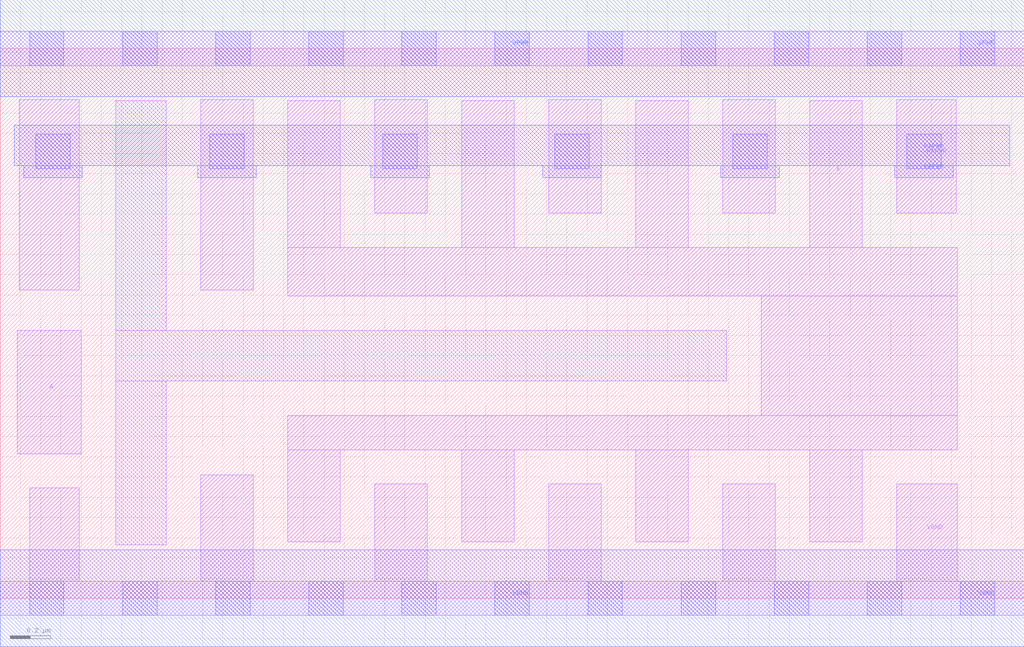
<source format=lef>
# Copyright 2020 The SkyWater PDK Authors
#
# Licensed under the Apache License, Version 2.0 (the "License");
# you may not use this file except in compliance with the License.
# You may obtain a copy of the License at
#
#     https://www.apache.org/licenses/LICENSE-2.0
#
# Unless required by applicable law or agreed to in writing, software
# distributed under the License is distributed on an "AS IS" BASIS,
# WITHOUT WARRANTIES OR CONDITIONS OF ANY KIND, either express or implied.
# See the License for the specific language governing permissions and
# limitations under the License.
#
# SPDX-License-Identifier: Apache-2.0

VERSION 5.7 ;
  NAMESCASESENSITIVE ON ;
  NOWIREEXTENSIONATPIN ON ;
  DIVIDERCHAR "/" ;
  BUSBITCHARS "[]" ;
UNITS
  DATABASE MICRONS 200 ;
END UNITS
MACRO sky130_fd_sc_hd__lpflow_clkbufkapwr_8
  CLASS CORE ;
  SOURCE USER ;
  FOREIGN sky130_fd_sc_hd__lpflow_clkbufkapwr_8 ;
  ORIGIN  0.000000  0.000000 ;
  SIZE  5.060000 BY  2.720000 ;
  SYMMETRY X Y R90 ;
  SITE unithd ;
  PIN A
    ANTENNAGATEAREA  0.426000 ;
    DIRECTION INPUT ;
    USE SIGNAL ;
    PORT
      LAYER li1 ;
        RECT 0.085000 0.715000 0.400000 1.325000 ;
    END
  END A
  PIN X
    ANTENNADIFFAREA  1.590400 ;
    DIRECTION OUTPUT ;
    USE SIGNAL ;
    PORT
      LAYER li1 ;
        RECT 1.420000 0.280000 1.680000 0.735000 ;
        RECT 1.420000 0.735000 4.730000 0.905000 ;
        RECT 1.420000 1.495000 4.730000 1.735000 ;
        RECT 1.420000 1.735000 1.680000 2.460000 ;
        RECT 2.280000 0.280000 2.540000 0.735000 ;
        RECT 2.280000 1.735000 2.540000 2.460000 ;
        RECT 3.140000 0.280000 3.400000 0.735000 ;
        RECT 3.140000 1.735000 3.400000 2.460000 ;
        RECT 3.760000 0.905000 4.730000 1.495000 ;
        RECT 4.000000 0.280000 4.260000 0.735000 ;
        RECT 4.000000 1.735000 4.260000 2.460000 ;
    END
  END X
  PIN KAPWR
    DIRECTION INOUT ;
    SHAPE ABUTMENT ;
    USE POWER ;
    PORT
      LAYER li1 ;
        RECT 0.095000 1.525000 0.390000 2.465000 ;
        RECT 0.990000 1.525000 1.250000 2.465000 ;
        RECT 1.850000 1.905000 2.110000 2.465000 ;
        RECT 2.710000 1.905000 2.970000 2.465000 ;
        RECT 3.570000 1.905000 3.830000 2.465000 ;
        RECT 4.430000 1.905000 4.725000 2.465000 ;
      LAYER mcon ;
        RECT 0.175000 2.125000 0.345000 2.295000 ;
        RECT 1.035000 2.125000 1.205000 2.295000 ;
        RECT 1.890000 2.125000 2.060000 2.295000 ;
        RECT 2.740000 2.125000 2.910000 2.295000 ;
        RECT 3.620000 2.125000 3.790000 2.295000 ;
        RECT 4.480000 2.125000 4.650000 2.295000 ;
      LAYER met1 ;
        RECT 0.070000 2.140000 4.990000 2.340000 ;
        RECT 0.115000 2.080000 0.405000 2.140000 ;
        RECT 0.975000 2.080000 1.265000 2.140000 ;
        RECT 1.830000 2.080000 2.120000 2.140000 ;
        RECT 2.680000 2.080000 2.970000 2.140000 ;
        RECT 3.560000 2.080000 3.850000 2.140000 ;
        RECT 4.420000 2.080000 4.710000 2.140000 ;
    END
  END KAPWR
  PIN VGND
    DIRECTION INOUT ;
    SHAPE ABUTMENT ;
    USE GROUND ;
    PORT
      LAYER li1 ;
        RECT 0.000000 -0.085000 5.060000 0.085000 ;
        RECT 0.145000  0.085000 0.390000 0.545000 ;
        RECT 0.990000  0.085000 1.250000 0.610000 ;
        RECT 1.850000  0.085000 2.110000 0.565000 ;
        RECT 2.710000  0.085000 2.970000 0.565000 ;
        RECT 3.570000  0.085000 3.830000 0.565000 ;
        RECT 4.430000  0.085000 4.730000 0.565000 ;
      LAYER mcon ;
        RECT 0.145000 -0.085000 0.315000 0.085000 ;
        RECT 0.605000 -0.085000 0.775000 0.085000 ;
        RECT 1.065000 -0.085000 1.235000 0.085000 ;
        RECT 1.525000 -0.085000 1.695000 0.085000 ;
        RECT 1.985000 -0.085000 2.155000 0.085000 ;
        RECT 2.445000 -0.085000 2.615000 0.085000 ;
        RECT 2.905000 -0.085000 3.075000 0.085000 ;
        RECT 3.365000 -0.085000 3.535000 0.085000 ;
        RECT 3.825000 -0.085000 3.995000 0.085000 ;
        RECT 4.285000 -0.085000 4.455000 0.085000 ;
        RECT 4.745000 -0.085000 4.915000 0.085000 ;
      LAYER met1 ;
        RECT 0.000000 -0.240000 5.060000 0.240000 ;
    END
  END VGND
  PIN VPWR
    DIRECTION INOUT ;
    SHAPE ABUTMENT ;
    USE POWER ;
    PORT
      LAYER li1 ;
        RECT 0.000000 2.635000 5.060000 2.805000 ;
      LAYER mcon ;
        RECT 0.145000 2.635000 0.315000 2.805000 ;
        RECT 0.605000 2.635000 0.775000 2.805000 ;
        RECT 1.065000 2.635000 1.235000 2.805000 ;
        RECT 1.525000 2.635000 1.695000 2.805000 ;
        RECT 1.985000 2.635000 2.155000 2.805000 ;
        RECT 2.445000 2.635000 2.615000 2.805000 ;
        RECT 2.905000 2.635000 3.075000 2.805000 ;
        RECT 3.365000 2.635000 3.535000 2.805000 ;
        RECT 3.825000 2.635000 3.995000 2.805000 ;
        RECT 4.285000 2.635000 4.455000 2.805000 ;
        RECT 4.745000 2.635000 4.915000 2.805000 ;
      LAYER met1 ;
        RECT 0.000000 2.480000 5.060000 2.960000 ;
    END
  END VPWR
  OBS
    LAYER li1 ;
      RECT 0.570000 0.265000 0.820000 1.075000 ;
      RECT 0.570000 1.075000 3.590000 1.325000 ;
      RECT 0.570000 1.325000 0.820000 2.460000 ;
  END
END sky130_fd_sc_hd__lpflow_clkbufkapwr_8
END LIBRARY

</source>
